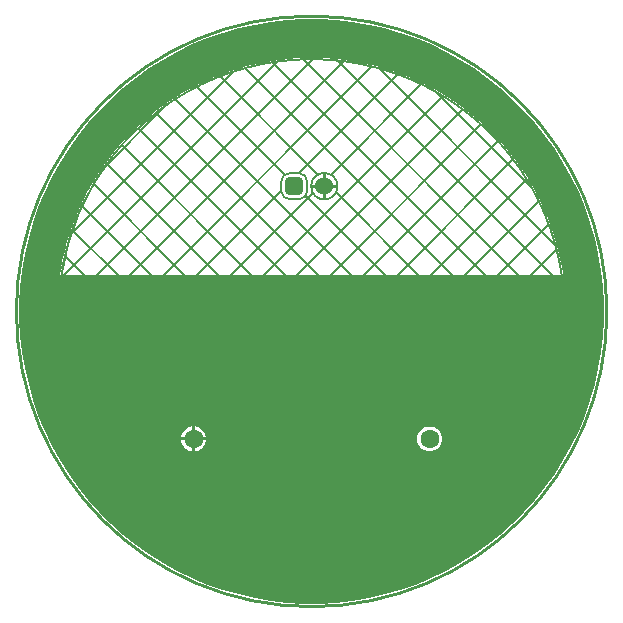
<source format=gtl>
G04*
G04 #@! TF.GenerationSoftware,Altium Limited,Altium Designer,25.1.2 (22)*
G04*
G04 Layer_Physical_Order=1*
G04 Layer_Color=3394611*
%FSLAX25Y25*%
%MOIN*%
G70*
G04*
G04 #@! TF.SameCoordinates,20C2AC38-BB5E-479F-A31B-2D12C5FD2638*
G04*
G04*
G04 #@! TF.FilePolarity,Positive*
G04*
G01*
G75*
%ADD10C,0.01000*%
%ADD14C,0.00787*%
G04:AMPARAMS|DCode=15|XSize=60mil|YSize=60mil|CornerRadius=15mil|HoleSize=0mil|Usage=FLASHONLY|Rotation=180.000|XOffset=0mil|YOffset=0mil|HoleType=Round|Shape=RoundedRectangle|*
%AMROUNDEDRECTD15*
21,1,0.06000,0.03000,0,0,180.0*
21,1,0.03000,0.06000,0,0,180.0*
1,1,0.03000,-0.01500,0.01500*
1,1,0.03000,0.01500,0.01500*
1,1,0.03000,0.01500,-0.01500*
1,1,0.03000,-0.01500,-0.01500*
%
%ADD15ROUNDEDRECTD15*%
%ADD16C,0.06000*%
%ADD17C,0.06299*%
G36*
X106617Y195540D02*
X112049Y194928D01*
X117439Y194013D01*
X122768Y192796D01*
X128022Y191283D01*
X133182Y189477D01*
X138232Y187385D01*
X143158Y185013D01*
X147942Y182369D01*
X152571Y179460D01*
X157030Y176297D01*
X161304Y172888D01*
X165380Y169246D01*
X169246Y165380D01*
X172888Y161304D01*
X176297Y157030D01*
X179460Y152571D01*
X182369Y147942D01*
X185013Y143158D01*
X187385Y138232D01*
X189477Y133182D01*
X191283Y128022D01*
X192796Y122768D01*
X194013Y117439D01*
X194928Y112049D01*
X195540Y106617D01*
X195847Y101159D01*
Y98425D01*
Y95692D01*
X195540Y90234D01*
X194928Y84801D01*
X194013Y79412D01*
X192796Y74082D01*
X191283Y68829D01*
X189477Y63669D01*
X187385Y58618D01*
X185013Y53693D01*
X182369Y48908D01*
X179460Y44279D01*
X176297Y39821D01*
X172888Y35547D01*
X169246Y31470D01*
X165380Y27605D01*
X161304Y23962D01*
X157030Y20554D01*
X152571Y17390D01*
X147942Y14482D01*
X143158Y11837D01*
X138232Y9465D01*
X133182Y7373D01*
X128022Y5568D01*
X122768Y4054D01*
X117439Y2838D01*
X112049Y1922D01*
X106617Y1310D01*
X101159Y1003D01*
X95692D01*
X90234Y1310D01*
X84801Y1922D01*
X79412Y2838D01*
X74082Y4054D01*
X68829Y5568D01*
X63669Y7373D01*
X58618Y9465D01*
X53693Y11837D01*
X48908Y14482D01*
X44279Y17390D01*
X39821Y20554D01*
X35547Y23962D01*
X31470Y27605D01*
X27605Y31470D01*
X23962Y35547D01*
X20554Y39821D01*
X17390Y44279D01*
X14482Y48908D01*
X11837Y53693D01*
X9465Y58618D01*
X7373Y63669D01*
X5568Y68829D01*
X4054Y74082D01*
X2838Y79412D01*
X1922Y84801D01*
X1310Y90234D01*
X1003Y95692D01*
Y98425D01*
Y101159D01*
X1310Y106617D01*
X1922Y112049D01*
X2838Y117439D01*
X4054Y122768D01*
X5568Y128022D01*
X7373Y133182D01*
X9465Y138232D01*
X11837Y143158D01*
X14482Y147942D01*
X17390Y152571D01*
X20554Y157030D01*
X23962Y161304D01*
X27605Y165380D01*
X31470Y169246D01*
X35547Y172888D01*
X39821Y176297D01*
X44279Y179460D01*
X48908Y182369D01*
X53693Y185013D01*
X58618Y187385D01*
X63669Y189477D01*
X68829Y191283D01*
X74082Y192796D01*
X79412Y194013D01*
X84801Y194928D01*
X90234Y195540D01*
X95692Y195847D01*
X101159D01*
X106617Y195540D01*
D02*
G37*
%LPC*%
G36*
X98414Y182945D02*
X95589Y182853D01*
X95517Y182882D01*
X95433Y182847D01*
X92944Y182766D01*
Y182766D01*
X92872Y182764D01*
X91618Y182640D01*
X87473Y182232D01*
X87473Y182232D01*
X87354Y182220D01*
X85392Y181896D01*
X85350Y181914D01*
X85252Y181873D01*
X82047Y181344D01*
X81883Y181317D01*
X80671Y181034D01*
X76702Y180109D01*
X76702Y180109D01*
X76483Y180058D01*
X75330Y179708D01*
X71437Y178527D01*
X71437Y178527D01*
X71177Y178448D01*
X70099Y178042D01*
X66288Y176608D01*
X66288Y176608D01*
X66246Y176593D01*
X65988Y176495D01*
X64983Y176040D01*
X61282Y174363D01*
X61282Y174363D01*
X60937Y174207D01*
X60002Y173707D01*
X56419Y171792D01*
X56419Y171792D01*
X56378Y171770D01*
X56047Y171593D01*
X55196Y171063D01*
X52902Y169637D01*
X52827Y169590D01*
X52741Y169555D01*
X52727Y169546D01*
X51701Y168891D01*
X51339Y168665D01*
X50039Y167734D01*
X49962Y167702D01*
X49881Y167621D01*
X47249Y165734D01*
X47249Y165734D01*
X46832Y165435D01*
X46380Y165065D01*
X46219Y164941D01*
X46214Y164929D01*
X46142Y164870D01*
X45233Y164123D01*
X45034Y164057D01*
X42874Y162187D01*
X42545Y161918D01*
X42338Y161723D01*
X40899Y160478D01*
X40802Y160285D01*
X40314Y159827D01*
X40231Y159793D01*
X40202Y159723D01*
X38948Y158549D01*
X38946Y158551D01*
X38943Y158550D01*
X38927Y158534D01*
X38498Y158127D01*
X37980Y157574D01*
X35165Y154568D01*
X35153Y154563D01*
X35145Y154543D01*
X35140Y154542D01*
X34708Y154080D01*
X34237Y153507D01*
X32504Y151395D01*
X31667Y150375D01*
X31657Y150371D01*
X31657Y150371D01*
X31628Y150327D01*
X31191Y149794D01*
X30789Y149234D01*
X30099Y148271D01*
X29928Y148159D01*
X28196Y145615D01*
X27961Y145287D01*
X27838Y145090D01*
X26850Y143638D01*
X26847Y143624D01*
X26835Y143615D01*
X25241Y140913D01*
X25033Y140579D01*
X24930Y140386D01*
X24056Y138904D01*
X24054Y138890D01*
X24042Y138880D01*
X22600Y136027D01*
X22419Y135689D01*
X22335Y135503D01*
X21575Y133999D01*
X21573Y133984D01*
X21563Y133974D01*
X20283Y130975D01*
X20131Y130638D01*
X20064Y130461D01*
X19417Y128943D01*
X19416Y128928D01*
X19407Y128918D01*
X18303Y125781D01*
X18178Y125449D01*
X18127Y125282D01*
X17591Y123758D01*
X17592Y123743D01*
X17582Y123732D01*
X16666Y120466D01*
X16568Y120143D01*
X16532Y119988D01*
X16105Y118466D01*
X16107Y118451D01*
X16098Y118439D01*
X15381Y115053D01*
X15309Y114743D01*
X15285Y114601D01*
X14965Y113088D01*
X15003Y112887D01*
X14584Y110352D01*
X14584Y110352D01*
X14587Y110348D01*
X14564Y110293D01*
X14564Y110293D01*
X14689Y109992D01*
X14990Y109867D01*
X14990Y109867D01*
X15782Y109867D01*
X22918Y109867D01*
X22918Y109867D01*
X22918Y109867D01*
X78595D01*
X78595Y109867D01*
X78595Y109867D01*
X100866D01*
X100866Y109867D01*
X100866Y109867D01*
X134273D01*
X134273Y109867D01*
X134273Y109867D01*
X156544D01*
X156544Y109867D01*
X156544Y109867D01*
X178815D01*
X178815Y109867D01*
X178815Y109867D01*
X181837Y109867D01*
X181837Y109867D01*
X182138Y109992D01*
X182263Y110293D01*
X182263Y110293D01*
X182256Y110319D01*
X182258Y110326D01*
X182245Y110358D01*
X182238Y110385D01*
X182115Y111130D01*
X181518Y114743D01*
X181295Y115700D01*
X181298Y115707D01*
X181287Y115733D01*
X181273Y115793D01*
X181273Y115793D01*
X180513Y119052D01*
X180515Y119057D01*
X180508Y119075D01*
X180354Y119733D01*
X180259Y120143D01*
X179959Y121132D01*
X179959Y121132D01*
X178785Y125002D01*
X178649Y125449D01*
X178328Y126302D01*
X177878Y127510D01*
X177866Y127543D01*
X177816Y127663D01*
X176878Y130156D01*
X176696Y130638D01*
X176313Y131483D01*
X176313Y131483D01*
X174641Y135174D01*
X174408Y135689D01*
X173994Y136463D01*
X173994Y136463D01*
X172082Y140039D01*
X171794Y140579D01*
X171359Y141279D01*
X171358Y141279D01*
X170482Y142689D01*
X170433Y142808D01*
X170400Y142821D01*
X169219Y144720D01*
X168866Y145287D01*
X168452Y145865D01*
X168407Y145931D01*
X168407Y145931D01*
X168404Y145932D01*
X167616Y147032D01*
X166055Y149210D01*
X165637Y149794D01*
X165194Y150334D01*
X165188Y150347D01*
X165171Y150362D01*
X165171Y150362D01*
X162605Y153488D01*
X162119Y154080D01*
X161703Y154525D01*
X161694Y154534D01*
X161690Y154546D01*
X161661Y154571D01*
X160844Y155482D01*
X160840Y155486D01*
X160779Y155512D01*
X160718Y155577D01*
X158832Y157590D01*
X158329Y158127D01*
X157895Y158539D01*
X157870Y158564D01*
X157867Y158566D01*
X157864Y158563D01*
X156928Y159440D01*
X155271Y160991D01*
X155253Y161034D01*
X155202Y161056D01*
X154282Y161918D01*
X153883Y162245D01*
X153860Y162267D01*
X153835Y162285D01*
X153834Y162285D01*
X150700Y164857D01*
X149996Y165435D01*
X149620Y165705D01*
X149145Y166058D01*
X149143Y166060D01*
X149099Y166078D01*
X148448Y166544D01*
X146271Y168105D01*
X145489Y168665D01*
X145077Y168921D01*
X145077Y168921D01*
X142506Y170520D01*
X142494Y170547D01*
X142399Y170587D01*
X141503Y171144D01*
X140780Y171593D01*
X140396Y171798D01*
X140396Y171798D01*
X136834Y173702D01*
X135890Y174207D01*
X135536Y174367D01*
X135536Y174367D01*
X131854Y176035D01*
X130839Y176495D01*
X130528Y176612D01*
Y176612D01*
X126738Y178039D01*
X125650Y178448D01*
X125381Y178530D01*
Y178530D01*
X121504Y179706D01*
X120344Y180058D01*
X120118Y180111D01*
X120118Y180111D01*
X118678Y180446D01*
X118595Y180481D01*
X118572Y180471D01*
X116164Y181033D01*
X114944Y181317D01*
X114772Y181345D01*
Y181345D01*
X110755Y182009D01*
X109473Y182220D01*
X109349Y182232D01*
Y182232D01*
X107140Y182450D01*
X107046Y182489D01*
X106988Y182465D01*
X105294Y182632D01*
X103955Y182764D01*
X103881Y182766D01*
Y182766D01*
X98414Y182945D01*
D02*
G37*
G36*
X59601Y60055D02*
X59555D01*
Y56406D01*
X63205D01*
Y56452D01*
X62922Y57507D01*
X62376Y58453D01*
X61603Y59226D01*
X60657Y59772D01*
X59601Y60055D01*
D02*
G37*
G36*
X58555D02*
X58509D01*
X57453Y59772D01*
X56507Y59226D01*
X55735Y58453D01*
X55188Y57507D01*
X54905Y56452D01*
Y56406D01*
X58555D01*
Y60055D01*
D02*
G37*
G36*
X138339Y60039D02*
X137251D01*
X136200Y59758D01*
X135257Y59213D01*
X134487Y58444D01*
X133943Y57501D01*
X133661Y56450D01*
Y55361D01*
X133943Y54310D01*
X134487Y53367D01*
X135257Y52598D01*
X136200Y52053D01*
X137251Y51772D01*
X138339D01*
X139391Y52053D01*
X140333Y52598D01*
X141103Y53367D01*
X141647Y54310D01*
X141929Y55361D01*
Y56450D01*
X141647Y57501D01*
X141103Y58444D01*
X140333Y59213D01*
X139391Y59758D01*
X138339Y60039D01*
D02*
G37*
G36*
X63205Y55405D02*
X59555D01*
Y51756D01*
X59601D01*
X60657Y52039D01*
X61603Y52585D01*
X62376Y53358D01*
X62922Y54304D01*
X63205Y55359D01*
Y55405D01*
D02*
G37*
G36*
X58555D02*
X54905D01*
Y55359D01*
X55188Y54304D01*
X55735Y53358D01*
X56507Y52585D01*
X57453Y52039D01*
X58509Y51756D01*
X58555D01*
Y55405D01*
D02*
G37*
%LPD*%
D10*
X102638Y140157D02*
Y144158D01*
X98638Y140157D02*
X102638D01*
X106638D01*
X102638Y136158D02*
Y140157D01*
X196850Y98425D02*
G03*
X196850Y98425I-98425J0D01*
G01*
D14*
X144843Y168567D02*
G03*
X140249Y171392I-46429J-70354D01*
G01*
X140185Y171428D02*
G03*
X135421Y173948I-41771J-73216D01*
G01*
X149306Y165409D02*
G03*
X144904Y168526I-50893J-67196D01*
G01*
X135349Y173983D02*
G03*
X130428Y176190I-36935J-75771D01*
G01*
X130366Y176215D02*
G03*
X125305Y178102I-31952J-78003D01*
G01*
X168066Y145688D02*
G03*
X164887Y150046I-69652J-47476D01*
G01*
X164841Y150104D02*
G03*
X161388Y154244I-66428J-51892D01*
G01*
X171000Y141068D02*
G03*
X168106Y145630I-72587J-42856D01*
G01*
X157569Y158263D02*
G03*
X153605Y161925I-59155J-60051D01*
G01*
X153558Y161966D02*
G03*
X149363Y165366I-55145J-63753D01*
G01*
X161337Y154302D02*
G03*
X157625Y158208I-62924J-56089D01*
G01*
X120007Y179693D02*
G03*
X114737Y180910I-21594J-81481D01*
G01*
X114689Y180920D02*
G03*
X109343Y181795I-16275J-82708D01*
G01*
X125244Y178122D02*
G03*
X120071Y179676I-26831J-79910D01*
G01*
X103853Y182330D02*
G03*
X98414Y182506I-5439J-84118D01*
G01*
D02*
G03*
X92972Y182330I0J-84294D01*
G01*
X109293Y181801D02*
G03*
X103902Y182327I-10879J-83589D01*
G01*
X97016Y141657D02*
G03*
X94138Y144535I-2878J0D01*
G01*
X175933Y131321D02*
G03*
X173653Y136218I-77519J-33108D01*
G01*
X173624Y136276D02*
G03*
X171029Y141018I-75210J-38063D01*
G01*
X180872Y115707D02*
G03*
X179583Y120947I-82458J-17495D01*
G01*
X179563Y121020D02*
G03*
X177938Y126165I-81149J-22808D01*
G01*
X181832Y110326D02*
G03*
X180885Y115643I-83419J-12113D01*
G01*
X177915Y126228D02*
G03*
X175958Y131262I-79502J-28016D01*
G01*
X107032Y140157D02*
G03*
X107032Y140157I-4394J0D01*
G01*
X94138Y135780D02*
G03*
X97016Y138657I0J2878D01*
G01*
X92928Y182327D02*
G03*
X87529Y181800I5486J-84115D01*
G01*
X87489Y181795D02*
G03*
X82131Y180918I10924J-83583D01*
G01*
X82098Y180912D02*
G03*
X76813Y179691I16316J-82700D01*
G01*
X76763Y179678D02*
G03*
X71574Y178119I21650J-81466D01*
G01*
X71532Y178105D02*
G03*
X66451Y176211I26882J-79892D01*
G01*
X91138Y144535D02*
G03*
X88260Y141657I0J-2878D01*
G01*
Y138657D02*
G03*
X91138Y135780I2878J0D01*
G01*
X66410Y176194D02*
G03*
X61469Y173978I32004J-77982D01*
G01*
X61416Y173953D02*
G03*
X56630Y171421I36998J-75740D01*
G01*
X56590Y171399D02*
G03*
X51970Y168558I41823J-73186D01*
G01*
X51937Y168535D02*
G03*
X47505Y165396I46477J-70323D01*
G01*
X47480Y165378D02*
G03*
X39244Y158249I50933J-67165D01*
G01*
X39217Y158222D02*
G03*
X35474Y154284I59197J-60010D01*
G01*
X35455Y154262D02*
G03*
X31967Y150081I62959J-56050D01*
G01*
X31959Y150069D02*
G03*
X14990Y110293I66455J-51857D01*
G01*
X139647Y171732D02*
X171933Y139446D01*
X104796Y143984D02*
X134976Y174164D01*
X94211Y144535D02*
X127137Y177461D01*
X91138Y144535D02*
X94138D01*
X149054Y110293D02*
X174094Y135333D01*
X120752Y179492D02*
X179693Y120551D01*
X107046Y182063D02*
X178815Y110293D01*
X137919D02*
X170132Y142506D01*
X160190Y110293D02*
X177440Y127543D01*
X171325Y110293D02*
X180089Y119057D01*
X115648Y110293D02*
X160539Y155185D01*
X104512Y110293D02*
X154952Y160733D01*
X126783Y110293D02*
X165603Y149114D01*
X93376Y110293D02*
X148841Y165758D01*
X95517Y182456D02*
X167680Y110293D01*
X97016Y138657D02*
Y141657D01*
X106501Y138065D02*
X134273Y110293D01*
X91138Y135780D02*
X94138D01*
X96466Y136965D02*
X123138Y110293D01*
X18239Y124240D02*
X72386Y178387D01*
X88260Y138657D02*
Y141657D01*
X67812Y176755D02*
X100546Y144021D01*
X60123Y173308D02*
X89446Y143985D01*
X41178Y160155D02*
X45313Y163735D01*
X29225Y146362D02*
X50264Y167401D01*
X27202Y143398D02*
X30280Y147919D01*
X24423Y138688D02*
X27202Y143398D01*
X21955Y133807D02*
X24423Y138688D01*
X19808Y128776D02*
X21955Y133807D01*
X76181Y179521D02*
X145409Y110293D01*
X82241D02*
X142193Y170246D01*
X85350Y181488D02*
X156544Y110293D01*
X37699D02*
X109216Y181811D01*
X26563Y110293D02*
X98775Y182505D01*
X48834Y110293D02*
X118595Y180054D01*
X53042Y169253D02*
X112002Y110293D01*
X59970D02*
X88261Y138584D01*
X71105Y110293D02*
X98811Y137999D01*
X14990Y110293D02*
X181837D01*
X40532Y159492D02*
X89731Y110293D01*
X46521Y164639D02*
X100866Y110293D01*
X30124Y147629D02*
X67460Y110293D01*
X25724Y140893D02*
X56324Y110293D01*
X35066Y153823D02*
X78595Y110293D01*
X15428D02*
X86842Y181708D01*
X15428Y110293D02*
X86842Y181708D01*
X18707Y125640D02*
X34053Y110293D01*
X17993Y123617D02*
X19808Y128776D01*
X21900Y133582D02*
X45189Y110293D01*
X16515Y118351D02*
X17993Y123617D01*
X15382Y113000D02*
X16515Y118351D01*
X16235Y116976D02*
X22918Y110293D01*
D15*
X92638Y140157D02*
D03*
D16*
X102638D02*
D03*
D17*
X137795Y55905D02*
D03*
X59055D02*
D03*
M02*

</source>
